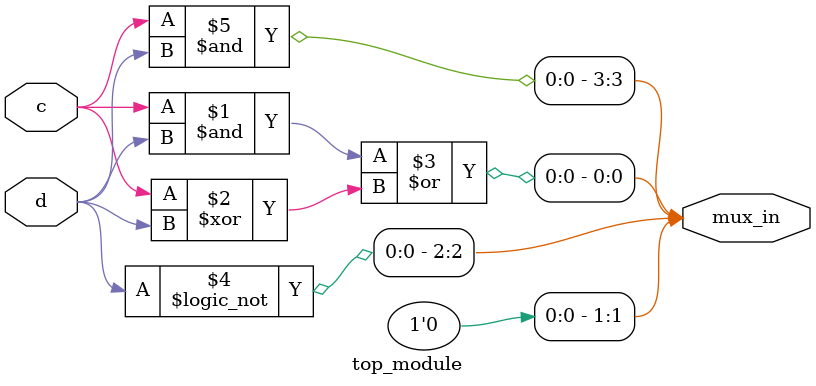
<source format=v>
module top_module (
    input c,
    input d,
    output [3:0] mux_in
); 

    assign mux_in[0] = c&d | (c ^ d);
    assign mux_in[1] = 0;
    assign mux_in[2] = !d;
    assign mux_in[3] = c & d;
    
endmodule

</source>
